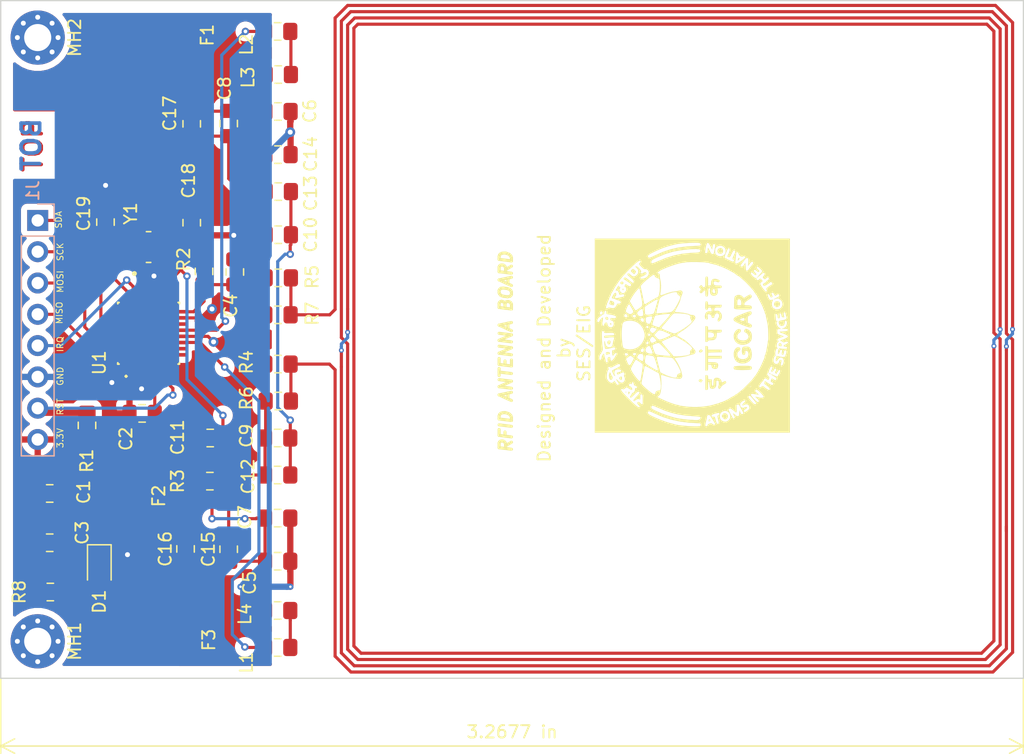
<source format=kicad_pcb>
(kicad_pcb (version 20171130) (host pcbnew "(5.1.2)-2")
  (layers (0 F.Cu signal) (31 B.Cu signal) (34 B.Paste user) (35 F.Paste user) (36 B.SilkS user) (37 F.SilkS user) (38 B.Mask user) (39 F.Mask user) (44 Edge.Cuts user))
  (net 0 "")
  (net 1 GND)
  (net 2 +3V3)
  (net 3 /VMID)
  (net 4 /CON_SDA)
  (net 5 /CON_SCK)
  (net 6 /CON_MOSI)
  (net 7 /CON_MISO)
  (net 8 /CON_IRQ)
  (net 9 /CON_NRST)
  (net 10 /TX1)
  (net 11 /TX2)
  (net 12 /RX)
  (net 13 "Net-(U1-Pad7)")
  (net 14 "Net-(U1-Pad8)")
  (net 15 "Net-(U1-Pad9)")
  (net 16 "Net-(U1-Pad19)")
  (net 17 "Net-(U1-Pad20)")
  (net 18 "Net-(U1-Pad25)")
  (net 19 "Net-(U1-Pad26)")
  (net 20 "Net-(U1-Pad27)")
  (net 21 "Net-(U1-Pad28)")
  (net 22 "Net-(C15-Pad1)")
  (net 23 "Net-(C14-Pad2)")
  (net 24 "Net-(C10-Pad2)")
  (net 25 "Net-(C10-Pad1)")
  (net 26 "Net-(C12-Pad1)")
  (net 27 "Net-(C11-Pad2)")
  (net 28 "Net-(C18-Pad2)")
  (net 29 "Net-(C19-Pad1)")
  (net 30 "Net-(L1-Pad2)")
  (net 31 "Net-(L2-Pad2)")
  (net 32 "Net-(R4-Pad1)")
  (net 33 "Net-(D1-Pad2)")
  (module MountingHole:MountingHole_2.2mm_M2_Pad_Via (layer F.Cu) (at 85.55 75)
    (fp_text reference MH2 (at 3 0 90) (layer F.SilkS))
    (fp_text value MH)
    (pad 1 thru_hole circle (at 0 0) (size 4.4 4.4) (drill 2.2) (layers *.Cu *.Mask))
    (pad 1 thru_hole circle (at 1.65 0) (size 0.7 0.7) (drill 0.4) (layers *.Cu *.Mask))
    (pad 1 thru_hole circle (at 1.166726 1.166726) (size 0.7 0.7) (drill 0.4) (layers *.Cu *.Mask))
    (pad 1 thru_hole circle (at 0 1.65) (size 0.7 0.7) (drill 0.4) (layers *.Cu *.Mask))
    (pad 1 thru_hole circle (at -1.166726 1.166726) (size 0.7 0.7) (drill 0.4) (layers *.Cu *.Mask))
    (pad 1 thru_hole circle (at -1.65 0) (size 0.7 0.7) (drill 0.4) (layers *.Cu *.Mask))
    (pad 1 thru_hole circle (at -1.166726 -1.166726) (size 0.7 0.7) (drill 0.4) (layers *.Cu *.Mask))
    (pad 1 thru_hole circle (at 0 -1.65) (size 0.7 0.7) (drill 0.4) (layers *.Cu *.Mask))
    (pad 1 thru_hole circle (at 1.166726 -1.166726) (size 0.7 0.7) (drill 0.4) (layers *.Cu *.Mask))
  )
  (module MountingHole:MountingHole_2.2mm_M2_Pad_Via (layer F.Cu) (at 85.55 124)
    (fp_text reference MH1 (at 3 0 270) (layer F.SilkS))
    (fp_text value MH)
    (pad 1 thru_hole circle (at 1.166726 -1.166726) (size 0.7 0.7) (drill 0.4) (layers *.Cu *.Mask))
    (pad 1 thru_hole circle (at 0 -1.65) (size 0.7 0.7) (drill 0.4) (layers *.Cu *.Mask))
    (pad 1 thru_hole circle (at -1.166726 -1.166726) (size 0.7 0.7) (drill 0.4) (layers *.Cu *.Mask))
    (pad 1 thru_hole circle (at -1.65 0) (size 0.7 0.7) (drill 0.4) (layers *.Cu *.Mask))
    (pad 1 thru_hole circle (at -1.166726 1.166726) (size 0.7 0.7) (drill 0.4) (layers *.Cu *.Mask))
    (pad 1 thru_hole circle (at 0 1.65) (size 0.7 0.7) (drill 0.4) (layers *.Cu *.Mask))
    (pad 1 thru_hole circle (at 1.166726 1.166726) (size 0.7 0.7) (drill 0.4) (layers *.Cu *.Mask))
    (pad 1 thru_hole circle (at 1.65 0) (size 0.7 0.7) (drill 0.4) (layers *.Cu *.Mask))
    (pad 1 thru_hole circle (at 0 0) (size 4.4 4.4) (drill 2.2) (layers *.Cu *.Mask))
  )
  (module ABRACON:igclogo (layer B.Cu) (at 138.684 99.187 90)
    (fp_text reference G*** hide)
    (fp_text value LOGO hide)
  )
  (module Fiducial:Fiducial_1mm_Mask2mm (layer F.Cu) (at 97.155 124.0155)
    (fp_text reference F3 (at 2.286 -0.127 90 unlocked) (layer F.SilkS))
    (fp_text value Fid)
    (pad "" smd circle (at 0 0) (size 1 1) (layers F.Cu F.Mask) (clearance 0.5))
  )
  (module Fiducial:Fiducial_1mm_Mask2mm (layer F.Cu) (at 93.091 112.3315)
    (fp_text reference F2 (at 2.286 -0.127 90) (layer F.SilkS))
    (fp_text value Fid)
    (pad "" smd circle (at 0 0) (size 1 1) (layers F.Cu F.Mask) (clearance 0.5))
  )
  (module Fiducial:Fiducial_1mm_Mask2mm (layer F.Cu) (at 97.028 74.93)
    (fp_text reference F1 (at 2.286 -0.127 90) (layer F.SilkS))
    (fp_text value Fid)
    (pad "" smd circle (at 0 0) (size 1 1) (layers F.Cu F.Mask) (clearance 0.5))
  )
  (module Capacitor_SMD:C_0805_2012Metric_Pad1.15x1.40mm_HandSolder (layer F.Cu) (at 86.525 112 180)
    (fp_text reference C1 (at -2.756 0.113 90) (layer F.SilkS))
    (fp_text value 106)
    (pad 1 smd roundrect (at -1.025 0 180) (size 1.15 1.4) (layers F.Cu F.Paste F.Mask) (roundrect_rratio 0.217391) (net 1 GND))
    (pad 2 smd roundrect (at 1.025 0 180) (size 1.15 1.4) (layers F.Cu F.Paste F.Mask) (roundrect_rratio 0.217391) (net 2 +3V3))
  )
  (module Capacitor_SMD:C_0805_2012Metric_Pad1.15x1.40mm_HandSolder (layer F.Cu) (at 94.025 105.5 180)
    (fp_text reference C2 (at 1.315 -2.069 90) (layer F.SilkS))
    (fp_text value 104)
    (pad 2 smd roundrect (at 1.025 0 180) (size 1.15 1.4) (layers F.Cu F.Paste F.Mask) (roundrect_rratio 0.217391) (net 2 +3V3))
    (pad 1 smd roundrect (at -1.025 0 180) (size 1.15 1.4) (layers F.Cu F.Paste F.Mask) (roundrect_rratio 0.217391) (net 1 GND))
  )
  (module Capacitor_SMD:C_0805_2012Metric_Pad1.15x1.40mm_HandSolder (layer F.Cu) (at 86.525 116 180)
    (fp_text reference C3 (at -2.629 0.811 90) (layer F.SilkS))
    (fp_text value 104)
    (pad 1 smd roundrect (at -1.025 0 180) (size 1.15 1.4) (layers F.Cu F.Paste F.Mask) (roundrect_rratio 0.217391) (net 1 GND))
    (pad 2 smd roundrect (at 1.025 0 180) (size 1.15 1.4) (layers F.Cu F.Paste F.Mask) (roundrect_rratio 0.217391) (net 2 +3V3))
  )
  (module Capacitor_SMD:C_0805_2012Metric_Pad1.15x1.40mm_HandSolder (layer F.Cu) (at 101.55 94.025 90)
    (fp_text reference C4 (at -2.749 -0.331 90) (layer F.SilkS))
    (fp_text value 104)
    (pad 1 smd roundrect (at -1.025 0 90) (size 1.15 1.4) (layers F.Cu F.Paste F.Mask) (roundrect_rratio 0.217391) (net 3 /VMID))
    (pad 2 smd roundrect (at 1.025 0 90) (size 1.15 1.4) (layers F.Cu F.Paste F.Mask) (roundrect_rratio 0.217391) (net 1 GND))
  )
  (module Capacitor_SMD:C_0805_2012Metric_Pad1.15x1.40mm_HandSolder (layer F.Cu) (at 105.025 117.5)
    (fp_text reference C5 (at -2.282 1.753 90) (layer F.SilkS))
    (fp_text value 220pF)
    (pad 2 smd roundrect (at 1.025 0) (size 1.15 1.4) (layers F.Cu F.Paste F.Mask) (roundrect_rratio 0.217391) (net 1 GND))
    (pad 1 smd roundrect (at -1.025 0) (size 1.15 1.4) (layers F.Cu F.Paste F.Mask) (roundrect_rratio 0.217391) (net 22 "Net-(C15-Pad1)"))
  )
  (module Capacitor_SMD:C_0805_2012Metric_Pad1.15x1.40mm_HandSolder (layer F.Cu) (at 105.05 81 180)
    (fp_text reference C6 (at -2.5825 0.0375 90) (layer F.SilkS))
    (fp_text value 220pF)
    (pad 1 smd roundrect (at -1.025 0 180) (size 1.15 1.4) (layers F.Cu F.Paste F.Mask) (roundrect_rratio 0.217391) (net 1 GND))
    (pad 2 smd roundrect (at 1.025 0 180) (size 1.15 1.4) (layers F.Cu F.Paste F.Mask) (roundrect_rratio 0.217391) (net 23 "Net-(C14-Pad2)"))
  )
  (module Capacitor_SMD:C_0805_2012Metric_Pad1.15x1.40mm_HandSolder (layer F.Cu) (at 101.05 81.975 270)
    (fp_text reference C8 (at -2.854 0.339 90) (layer F.SilkS))
    (fp_text value 10pF)
    (pad 1 smd roundrect (at -1.025 0 270) (size 1.15 1.4) (layers F.Cu F.Paste F.Mask) (roundrect_rratio 0.217391) (net 23 "Net-(C14-Pad2)"))
    (pad 2 smd roundrect (at 1.025 0 270) (size 1.15 1.4) (layers F.Cu F.Paste F.Mask) (roundrect_rratio 0.217391) (net 24 "Net-(C10-Pad2)"))
  )
  (module Capacitor_SMD:C_0805_2012Metric_Pad1.15x1.40mm_HandSolder (layer F.Cu) (at 105.025 107.5)
    (fp_text reference C9 (at -2.536 -0.185 90) (layer F.SilkS))
    (fp_text value 100pF)
    (pad 2 smd roundrect (at 1.025 0) (size 1.15 1.4) (layers F.Cu F.Paste F.Mask) (roundrect_rratio 0.217391) (net 25 "Net-(C10-Pad1)"))
    (pad 1 smd roundrect (at -1.025 0) (size 1.15 1.4) (layers F.Cu F.Paste F.Mask) (roundrect_rratio 0.217391) (net 26 "Net-(C12-Pad1)"))
  )
  (module Capacitor_SMD:C_0805_2012Metric_Pad1.15x1.40mm_HandSolder (layer F.Cu) (at 105.075 91 180)
    (fp_text reference C10 (at -2.621 0.0045 90) (layer F.SilkS))
    (fp_text value 100pF)
    (pad 1 smd roundrect (at -1.025 0 180) (size 1.15 1.4) (layers F.Cu F.Paste F.Mask) (roundrect_rratio 0.217391) (net 25 "Net-(C10-Pad1)"))
    (pad 2 smd roundrect (at 1.025 0 180) (size 1.15 1.4) (layers F.Cu F.Paste F.Mask) (roundrect_rratio 0.217391) (net 24 "Net-(C10-Pad2)"))
  )
  (module Capacitor_SMD:C_0805_2012Metric_Pad1.15x1.40mm_HandSolder (layer F.Cu) (at 99.55 107.5 180)
    (fp_text reference C11 (at 2.649 0.058 90) (layer F.SilkS))
    (fp_text value "1 nF")
    (pad 2 smd roundrect (at 1.025 0 180) (size 1.15 1.4) (layers F.Cu F.Paste F.Mask) (roundrect_rratio 0.217391) (net 27 "Net-(C11-Pad2)"))
    (pad 1 smd roundrect (at -1.025 0 180) (size 1.15 1.4) (layers F.Cu F.Paste F.Mask) (roundrect_rratio 0.217391) (net 12 /RX))
  )
  (module Capacitor_SMD:C_0805_2012Metric_Pad1.15x1.40mm_HandSolder (layer F.Cu) (at 105.025 110.5)
    (fp_text reference C12 (at -2.409 0.117 90) (layer F.SilkS))
    (fp_text value 10pF)
    (pad 2 smd roundrect (at 1.025 0) (size 1.15 1.4) (layers F.Cu F.Paste F.Mask) (roundrect_rratio 0.217391) (net 25 "Net-(C10-Pad1)"))
    (pad 1 smd roundrect (at -1.025 0) (size 1.15 1.4) (layers F.Cu F.Paste F.Mask) (roundrect_rratio 0.217391) (net 26 "Net-(C12-Pad1)"))
  )
  (module Capacitor_SMD:C_0805_2012Metric_Pad1.15x1.40mm_HandSolder (layer F.Cu) (at 105.075 87.5 180)
    (fp_text reference C13 (at -2.621 -0.13 90) (layer F.SilkS))
    (fp_text value 10pF)
    (pad 1 smd roundrect (at -1.025 0 180) (size 1.15 1.4) (layers F.Cu F.Paste F.Mask) (roundrect_rratio 0.217391) (net 25 "Net-(C10-Pad1)"))
    (pad 2 smd roundrect (at 1.025 0 180) (size 1.15 1.4) (layers F.Cu F.Paste F.Mask) (roundrect_rratio 0.217391) (net 24 "Net-(C10-Pad2)"))
  )
  (module Inductor_SMD:L_0805_2012Metric_Pad1.15x1.40mm_HandSolder (layer F.Cu) (at 105.025 124.5)
    (fp_text reference L1 (at -2.536 1.23 90) (layer F.SilkS))
    (fp_text value 560nH)
    (pad 1 smd roundrect (at -1.025 0) (size 1.15 1.4) (layers F.Cu F.Paste F.Mask) (roundrect_rratio 0.217391) (net 10 /TX1))
    (pad 2 smd roundrect (at 1.025 0) (size 1.15 1.4) (layers F.Cu F.Paste F.Mask) (roundrect_rratio 0.217391) (net 30 "Net-(L1-Pad2)"))
  )
  (module Inductor_SMD:L_0805_2012Metric_Pad1.15x1.40mm_HandSolder (layer F.Cu) (at 105.025 74.5)
    (fp_text reference L2 (at -2.536 1.065 90) (layer F.SilkS))
    (fp_text value 560nH)
    (pad 2 smd roundrect (at 1.025 0) (size 1.15 1.4) (layers F.Cu F.Paste F.Mask) (roundrect_rratio 0.217391) (net 31 "Net-(L2-Pad2)"))
    (pad 1 smd roundrect (at -1.025 0) (size 1.15 1.4) (layers F.Cu F.Paste F.Mask) (roundrect_rratio 0.217391) (net 11 /TX2))
  )
  (module Resistor_SMD:R_0805_2012Metric_Pad1.15x1.40mm_HandSolder (layer F.Cu) (at 89.55 106.475 270)
    (fp_text reference R1 (at 2.872 0.015 90) (layer F.SilkS))
    (fp_text value 10k)
    (pad 1 smd roundrect (at -1.025 0 270) (size 1.15 1.4) (layers F.Cu F.Paste F.Mask) (roundrect_rratio 0.217391) (net 9 /CON_NRST))
    (pad 2 smd roundrect (at 1.025 0 270) (size 1.15 1.4) (layers F.Cu F.Paste F.Mask) (roundrect_rratio 0.217391) (net 2 +3V3))
  )
  (module Resistor_SMD:R_0805_2012Metric_Pad1.15x1.40mm_HandSolder (layer F.Cu) (at 99.05 93.975 90)
    (fp_text reference R2 (at 0.975 -1.65 90) (layer F.SilkS))
    (fp_text value 1k)
    (pad 1 smd roundrect (at -1.025 0 90) (size 1.15 1.4) (layers F.Cu F.Paste F.Mask) (roundrect_rratio 0.217391) (net 3 /VMID))
    (pad 2 smd roundrect (at 1.025 0 90) (size 1.15 1.4) (layers F.Cu F.Paste F.Mask) (roundrect_rratio 0.217391) (net 12 /RX))
  )
  (module Resistor_SMD:R_0805_2012Metric_Pad1.15x1.40mm_HandSolder (layer F.Cu) (at 99.525 111)
    (fp_text reference R3 (at -2.624 -0.002 90) (layer F.SilkS))
    (fp_text value 5k1)
    (pad 2 smd roundrect (at 1.025 0) (size 1.15 1.4) (layers F.Cu F.Paste F.Mask) (roundrect_rratio 0.217391) (net 22 "Net-(C15-Pad1)"))
    (pad 1 smd roundrect (at -1.025 0) (size 1.15 1.4) (layers F.Cu F.Paste F.Mask) (roundrect_rratio 0.217391) (net 27 "Net-(C11-Pad2)"))
  )
  (module MFRC:NXP-SOT617-1-0-0-0 (layer F.Cu) (at 94.55 99 90)
    (fp_text reference U1 (at -3.489 -3.999 90) (layer F.SilkS) (effects (justify left)))
    (fp_text value . (at -3.489 -2.348 90) (layer F.SilkS) (effects (font (size 1.27 1.27))))
    (pad 1 smd rect (at -2.55 -1.75 90) (size 0.9 0.29) (layers F.Cu F.Mask) (net 1 GND))
    (pad 2 smd rect (at -2.55 -1.25 90) (size 0.9 0.29) (layers F.Cu F.Mask) (net 2 +3V3))
    (pad 3 smd rect (at -2.55 -0.75 90) (size 0.9 0.29) (layers F.Cu F.Mask) (net 2 +3V3))
    (pad 4 smd rect (at -2.55 -0.25 90) (size 0.9 0.29) (layers F.Cu F.Mask) (net 1 GND))
    (pad 5 smd rect (at -2.55 0.25 90) (size 0.9 0.29) (layers F.Cu F.Mask) (net 1 GND))
    (pad 6 smd rect (at -2.55 0.75 90) (size 0.9 0.29) (layers F.Cu F.Mask) (net 9 /CON_NRST))
    (pad 7 smd rect (at -2.55 1.25 90) (size 0.9 0.29) (layers F.Cu F.Mask) (net 13 "Net-(U1-Pad7)"))
    (pad 8 smd rect (at -2.55 1.75 90) (size 0.9 0.29) (layers F.Cu F.Mask) (net 14 "Net-(U1-Pad8)"))
    (pad 9 smd rect (at -1.75 2.55 90) (size 0.29 0.9) (layers F.Cu F.Mask) (net 15 "Net-(U1-Pad9)"))
    (pad 10 smd rect (at -1.25 2.55 90) (size 0.29 0.9) (layers F.Cu F.Mask) (net 1 GND))
    (pad 11 smd rect (at -0.75 2.55 90) (size 0.29 0.9) (layers F.Cu F.Mask) (net 10 /TX1))
    (pad 12 smd rect (at -0.25 2.55 90) (size 0.29 0.9) (layers F.Cu F.Mask) (net 2 +3V3))
    (pad 13 smd rect (at 0.25 2.55 90) (size 0.29 0.9) (layers F.Cu F.Mask) (net 11 /TX2))
    (pad 14 smd rect (at 0.75 2.55 90) (size 0.29 0.9) (layers F.Cu F.Mask) (net 1 GND))
    (pad 15 smd rect (at 1.25 2.55 90) (size 0.29 0.9) (layers F.Cu F.Mask) (net 2 +3V3))
    (pad 16 smd rect (at 1.75 2.55 90) (size 0.29 0.9) (layers F.Cu F.Mask) (net 3 /VMID))
    (pad 17 smd rect (at 2.55 1.75 90) (size 0.9 0.29) (layers F.Cu F.Mask) (net 12 /RX))
    (pad 18 smd rect (at 2.55 1.25 90) (size 0.9 0.29) (layers F.Cu F.Mask) (net 1 GND))
    (pad 19 smd rect (at 2.55 0.75 90) (size 0.9 0.29) (layers F.Cu F.Mask) (net 16 "Net-(U1-Pad19)"))
    (pad 20 smd rect (at 2.55 0.25 90) (size 0.9 0.29) (layers F.Cu F.Mask) (net 17 "Net-(U1-Pad20)"))
    (pad 21 smd rect (at 2.55 -0.25 90) (size 0.9 0.29) (layers F.Cu F.Mask) (net 28 "Net-(C18-Pad2)"))
    (pad 22 smd rect (at 2.55 -0.75 90) (size 0.9 0.29) (layers F.Cu F.Mask) (net 29 "Net-(C19-Pad1)"))
    (pad 23 smd rect (at 2.55 -1.25 90) (size 0.9 0.29) (layers F.Cu F.Mask) (net 8 /CON_IRQ))
    (pad 24 smd rect (at 2.55 -1.75 90) (size 0.9 0.29) (layers F.Cu F.Mask) (net 4 /CON_SDA))
    (pad 25 smd rect (at 1.75 -2.55 90) (size 0.29 0.9) (layers F.Cu F.Mask) (net 18 "Net-(U1-Pad25)"))
    (pad 26 smd rect (at 1.25 -2.55 90) (size 0.29 0.9) (layers F.Cu F.Mask) (net 19 "Net-(U1-Pad26)"))
    (pad 27 smd rect (at 0.75 -2.55 90) (size 0.29 0.9) (layers F.Cu F.Mask) (net 20 "Net-(U1-Pad27)"))
    (pad 28 smd rect (at 0.25 -2.55 90) (size 0.29 0.9) (layers F.Cu F.Mask) (net 21 "Net-(U1-Pad28)"))
    (pad 29 smd rect (at -0.25 -2.55 90) (size 0.29 0.9) (layers F.Cu F.Mask) (net 5 /CON_SCK))
    (pad 30 smd rect (at -0.75 -2.55 90) (size 0.29 0.9) (layers F.Cu F.Mask) (net 6 /CON_MOSI))
    (pad 31 smd rect (at -1.25 -2.55 90) (size 0.29 0.9) (layers F.Cu F.Mask) (net 7 /CON_MISO))
    (pad 32 smd rect (at -1.75 -2.55 90) (size 0.29 0.9) (layers F.Cu F.Mask) (net 2 +3V3))
    (pad 33 smd rect (at 0 0 90) (size 3.1 3.1) (layers F.Cu F.Mask) (net 1 GND))
  )
  (module ABRACON:XTAL_ABM8-27.120MHZ-B4-T (layer F.Cu) (at 94.55 92 90)
    (fp_text reference Y1 (at 2.719 -1.459 90) (layer F.SilkS))
    (fp_text value ABM8)
    (pad 1 smd rect (at -0.875 -1.15 90) (size 1.05 1.3) (layers F.Cu F.Paste F.Mask) (net 29 "Net-(C19-Pad1)"))
    (pad 2 smd rect (at -0.875 1.15 90) (size 1.05 1.3) (layers F.Cu F.Paste F.Mask) (net 1 GND))
    (pad 3 smd rect (at 0.875 1.15 90) (size 1.05 1.3) (layers F.Cu F.Paste F.Mask) (net 28 "Net-(C18-Pad2)"))
    (pad 4 smd rect (at 0.875 -1.15 90) (size 1.05 1.3) (layers F.Cu F.Paste F.Mask) (net 1 GND))
  )
  (module Connector_PinHeader_2.54mm:PinHeader_1x08_P2.54mm_Vertical (layer B.Cu) (at 85.55 89.84 180)
    (fp_text reference J1 (at 0.3965 2.4005 90) (layer B.SilkS) (effects (justify mirror)))
    (fp_text value Conn_01x08)
    (pad 1 thru_hole rect (at 0 0 180) (size 1.7 1.7) (drill 1) (layers *.Cu *.Mask) (net 4 /CON_SDA))
    (pad 2 thru_hole oval (at 0 -2.54 180) (size 1.7 1.7) (drill 1) (layers *.Cu *.Mask) (net 5 /CON_SCK))
    (pad 3 thru_hole oval (at 0 -5.08 180) (size 1.7 1.7) (drill 1) (layers *.Cu *.Mask) (net 6 /CON_MOSI))
    (pad 4 thru_hole oval (at 0 -7.62 180) (size 1.7 1.7) (drill 1) (layers *.Cu *.Mask) (net 7 /CON_MISO))
    (pad 5 thru_hole oval (at 0 -10.16 180) (size 1.7 1.7) (drill 1) (layers *.Cu *.Mask) (net 8 /CON_IRQ))
    (pad 6 thru_hole oval (at 0 -12.7 180) (size 1.7 1.7) (drill 1) (layers *.Cu *.Mask) (net 1 GND))
    (pad 7 thru_hole oval (at 0 -15.24 180) (size 1.7 1.7) (drill 1) (layers *.Cu *.Mask) (net 9 /CON_NRST))
    (pad 8 thru_hole oval (at 0 -17.78 180) (size 1.7 1.7) (drill 1) (layers *.Cu *.Mask) (net 2 +3V3))
  )
  (module Capacitor_SMD:C_0805_2012Metric_Pad1.15x1.40mm_HandSolder (layer F.Cu) (at 105.025 114)
    (fp_text reference C7 (at -2.663 -0.081 90) (layer F.SilkS))
    (fp_text value 10pF)
    (pad 1 smd roundrect (at -1.025 0) (size 1.15 1.4) (layers F.Cu F.Paste F.Mask) (roundrect_rratio 0.217391) (net 22 "Net-(C15-Pad1)"))
    (pad 2 smd roundrect (at 1.025 0) (size 1.15 1.4) (layers F.Cu F.Paste F.Mask) (roundrect_rratio 0.217391) (net 1 GND))
  )
  (module Capacitor_SMD:C_0805_2012Metric_Pad1.15x1.40mm_HandSolder (layer F.Cu) (at 105.05 84.5 180)
    (fp_text reference C14 (at -2.646 0.045 90) (layer F.SilkS))
    (fp_text value 10pF)
    (pad 1 smd roundrect (at -1.025 0 180) (size 1.15 1.4) (layers F.Cu F.Paste F.Mask) (roundrect_rratio 0.217391) (net 1 GND))
    (pad 2 smd roundrect (at 1.025 0 180) (size 1.15 1.4) (layers F.Cu F.Paste F.Mask) (roundrect_rratio 0.217391) (net 23 "Net-(C14-Pad2)"))
  )
  (module Capacitor_SMD:C_0805_2012Metric_Pad1.15x1.40mm_HandSolder (layer F.Cu) (at 101.05 116.525 90)
    (fp_text reference C15 (at 0 -1.65 90) (layer F.SilkS))
    (fp_text value 10pF)
    (pad 1 smd roundrect (at -1.025 0 90) (size 1.15 1.4) (layers F.Cu F.Paste F.Mask) (roundrect_rratio 0.217391) (net 22 "Net-(C15-Pad1)"))
    (pad 2 smd roundrect (at 1.025 0 90) (size 1.15 1.4) (layers F.Cu F.Paste F.Mask) (roundrect_rratio 0.217391) (net 26 "Net-(C12-Pad1)"))
  )
  (module Capacitor_SMD:C_0805_2012Metric_Pad1.15x1.40mm_HandSolder (layer F.Cu) (at 97.55 116.5 90)
    (fp_text reference C16 (at 0 -1.65 90) (layer F.SilkS))
    (fp_text value 10pF)
    (pad 2 smd roundrect (at 1.025 0 90) (size 1.15 1.4) (layers F.Cu F.Paste F.Mask) (roundrect_rratio 0.217391) (net 26 "Net-(C12-Pad1)"))
    (pad 1 smd roundrect (at -1.025 0 90) (size 1.15 1.4) (layers F.Cu F.Paste F.Mask) (roundrect_rratio 0.217391) (net 22 "Net-(C15-Pad1)"))
  )
  (module Capacitor_SMD:C_0805_2012Metric_Pad1.15x1.40mm_HandSolder (layer F.Cu) (at 98.05 82 270)
    (fp_text reference C17 (at -0.847 1.784 90) (layer F.SilkS))
    (fp_text value 10pF)
    (pad 2 smd roundrect (at 1.025 0 270) (size 1.15 1.4) (layers F.Cu F.Paste F.Mask) (roundrect_rratio 0.217391) (net 24 "Net-(C10-Pad2)"))
    (pad 1 smd roundrect (at -1.025 0 270) (size 1.15 1.4) (layers F.Cu F.Paste F.Mask) (roundrect_rratio 0.217391) (net 23 "Net-(C14-Pad2)"))
  )
  (module Capacitor_SMD:C_0805_2012Metric_Pad1.15x1.40mm_HandSolder (layer F.Cu) (at 98.05 90.025 90)
    (fp_text reference C18 (at 3.411 -0.26 90) (layer F.SilkS))
    (fp_text value 33pF)
    (pad 2 smd roundrect (at 1.025 0 90) (size 1.15 1.4) (layers F.Cu F.Paste F.Mask) (roundrect_rratio 0.217391) (net 28 "Net-(C18-Pad2)"))
    (pad 1 smd roundrect (at -1.025 0 90) (size 1.15 1.4) (layers F.Cu F.Paste F.Mask) (roundrect_rratio 0.217391) (net 1 GND))
  )
  (module Capacitor_SMD:C_0805_2012Metric_Pad1.15x1.40mm_HandSolder (layer F.Cu) (at 91.05 89.975 90)
    (fp_text reference C19 (at 0.694 -1.769 90) (layer F.SilkS))
    (fp_text value 33pF)
    (pad 1 smd roundrect (at -1.025 0 90) (size 1.15 1.4) (layers F.Cu F.Paste F.Mask) (roundrect_rratio 0.217391) (net 29 "Net-(C19-Pad1)"))
    (pad 2 smd roundrect (at 1.025 0 90) (size 1.15 1.4) (layers F.Cu F.Paste F.Mask) (roundrect_rratio 0.217391) (net 1 GND))
  )
  (module Inductor_SMD:L_0805_2012Metric_Pad1.15x1.40mm_HandSolder (layer F.Cu) (at 105.075 78 180)
    (fp_text reference L3 (at 2.459 -0.232 90) (layer F.SilkS))
    (fp_text value 50nH)
    (pad 1 smd roundrect (at -1.025 0 180) (size 1.15 1.4) (layers F.Cu F.Paste F.Mask) (roundrect_rratio 0.217391) (net 31 "Net-(L2-Pad2)"))
    (pad 2 smd roundrect (at 1.025 0 180) (size 1.15 1.4) (layers F.Cu F.Paste F.Mask) (roundrect_rratio 0.217391) (net 23 "Net-(C14-Pad2)"))
  )
  (module Inductor_SMD:L_0805_2012Metric_Pad1.15x1.40mm_HandSolder (layer F.Cu) (at 105.025 121.5 180)
    (fp_text reference L4 (at 2.663 -0.293 90) (layer F.SilkS))
    (fp_text value 50nH)
    (pad 2 smd roundrect (at 1.025 0 180) (size 1.15 1.4) (layers F.Cu F.Paste F.Mask) (roundrect_rratio 0.217391) (net 22 "Net-(C15-Pad1)"))
    (pad 1 smd roundrect (at -1.025 0 180) (size 1.15 1.4) (layers F.Cu F.Paste F.Mask) (roundrect_rratio 0.217391) (net 30 "Net-(L1-Pad2)"))
  )
  (module Resistor_SMD:R_0805_2012Metric_Pad1.15x1.40mm_HandSolder (layer F.Cu) (at 105.05 101.5 180)
    (fp_text reference R4 (at 2.561 0.154 90) (layer F.SilkS))
    (fp_text value 1E6)
    (pad 2 smd roundrect (at 1.025 0 180) (size 1.15 1.4) (layers F.Cu F.Paste F.Mask) (roundrect_rratio 0.217391) (net 26 "Net-(C12-Pad1)"))
    (pad 1 smd roundrect (at -1.025 0 180) (size 1.15 1.4) (layers F.Cu F.Paste F.Mask) (roundrect_rratio 0.217391) (net 32 "Net-(R4-Pad1)"))
  )
  (module Resistor_SMD:R_0805_2012Metric_Pad1.15x1.40mm_HandSolder (layer F.Cu) (at 105.075 94.5 180)
    (fp_text reference R5 (at -2.748 0.0755 90) (layer F.SilkS))
    (fp_text value 1E6)
    (pad 1 smd roundrect (at -1.025 0 180) (size 1.15 1.4) (layers F.Cu F.Paste F.Mask) (roundrect_rratio 0.217391) (net 32 "Net-(R4-Pad1)"))
    (pad 2 smd roundrect (at 1.025 0 180) (size 1.15 1.4) (layers F.Cu F.Paste F.Mask) (roundrect_rratio 0.217391) (net 24 "Net-(C10-Pad2)"))
  )
  (module Resistor_SMD:R_0805_2012Metric_Pad1.15x1.40mm_HandSolder (layer F.Cu) (at 105.075 104.5 180)
    (fp_text reference R6 (at 2.586 0.233 90) (layer F.SilkS))
    (fp_text value 1E6)
    (pad 2 smd roundrect (at 1.025 0 180) (size 1.15 1.4) (layers F.Cu F.Paste F.Mask) (roundrect_rratio 0.217391) (net 26 "Net-(C12-Pad1)"))
    (pad 1 smd roundrect (at -1.025 0 180) (size 1.15 1.4) (layers F.Cu F.Paste F.Mask) (roundrect_rratio 0.217391) (net 32 "Net-(R4-Pad1)"))
  )
  (module Resistor_SMD:R_0805_2012Metric_Pad1.15x1.40mm_HandSolder (layer F.Cu) (at 105.05 97.5 180)
    (fp_text reference R7 (at -2.773 0.091 90) (layer F.SilkS))
    (fp_text value 1E6)
    (pad 1 smd roundrect (at -1.025 0 180) (size 1.15 1.4) (layers F.Cu F.Paste F.Mask) (roundrect_rratio 0.217391) (net 32 "Net-(R4-Pad1)"))
    (pad 2 smd roundrect (at 1.025 0 180) (size 1.15 1.4) (layers F.Cu F.Paste F.Mask) (roundrect_rratio 0.217391) (net 24 "Net-(C10-Pad2)"))
  )
  (module Diode_SMD:D_0805_2012Metric_Pad1.15x1.40mm_HandSolder (layer F.Cu) (at 90.55 118.025 270)
    (fp_text reference D1 (at 2.752 -0.001 90) (layer F.SilkS))
    (fp_text value LED)
    (pad 1 smd roundrect (at -1.025 0 270) (size 1.15 1.4) (layers F.Cu F.Paste F.Mask) (roundrect_rratio 0.217391) (net 1 GND))
    (pad 2 smd roundrect (at 1.025 0 270) (size 1.15 1.4) (layers F.Cu F.Paste F.Mask) (roundrect_rratio 0.217391) (net 33 "Net-(D1-Pad2)"))
  )
  (module Resistor_SMD:R_0805_2012Metric_Pad1.15x1.40mm_HandSolder (layer F.Cu) (at 86.575 120)
    (fp_text reference R8 (at -2.525 0 90) (layer F.SilkS))
    (fp_text value 1k)
    (pad 1 smd roundrect (at -1.025 0) (size 1.15 1.4) (layers F.Cu F.Paste F.Mask) (roundrect_rratio 0.217391) (net 2 +3V3))
    (pad 2 smd roundrect (at 1.025 0) (size 1.15 1.4) (layers F.Cu F.Paste F.Mask) (roundrect_rratio 0.217391) (net 33 "Net-(D1-Pad2)"))
  )
  (dimension 83 (width 0.12) (layer F.SilkS) (gr_text "83.000 mm" (at 124.05 133.77) (layer F.SilkS) (effects (font (size 1 1) (thickness 0.15)))) (feature1 (pts (xy 165.55 127) (xy 165.55 133.086421))) (feature2 (pts (xy 82.55 127) (xy 82.55 133.086421))) (crossbar (pts (xy 82.55 132.5) (xy 165.55 132.5))) (arrow1a (pts (xy 165.55 132.5) (xy 164.423496 133.086421))) (arrow1b (pts (xy 165.55 132.5) (xy 164.423496 131.913579))) (arrow2a (pts (xy 82.55 132.5) (xy 83.676504 133.086421))) (arrow2b (pts (xy 82.55 132.5) (xy 83.676504 131.913579))))
  (gr_text "RFID ANTENNA BOARD" (at 123.55 100.5 90) (layer F.SilkS) (effects (font (size 1 1) (thickness 0.25) italic)))
  (gr_text BOT (at 85.0265 83.693 90) (layer B.Cu) (effects (font (size 1.5 1.5) (thickness 0.3)) (justify mirror)))
  (gr_text TOP (at 85.1535 83.7565 90) (layer F.Cu) (effects (font (size 1.5 1.5) (thickness 0.3))))
  (gr_text 3.3V (at 87.376 107.5055 90) (layer F.SilkS) (effects (font (size 0.5 0.5) (thickness 0.075))))
  (gr_text RST (at 87.376 104.9655 90) (layer F.SilkS) (effects (font (size 0.5 0.5) (thickness 0.075))))
  (gr_text GND (at 87.376 102.489 90) (layer F.SilkS) (effects (font (size 0.5 0.5) (thickness 0.075))))
  (gr_text IRQ (at 87.376 99.8855 90) (layer F.SilkS) (effects (font (size 0.5 0.5) (thickness 0.075))))
  (gr_text MISO (at 87.3125 97.3455 90) (layer F.SilkS) (effects (font (size 0.5 0.5) (thickness 0.075))))
  (gr_text MOSI (at 87.376 94.8055 90) (layer F.SilkS) (effects (font (size 0.5 0.5) (thickness 0.075))))
  (gr_text SCK (at 87.376 92.3925 90) (layer F.SilkS) (effects (font (size 0.5 0.5) (thickness 0.075))))
  (gr_text SDA (at 87.249 89.789 90) (layer F.SilkS) (effects (font (size 0.5 0.5) (thickness 0.075))))
  (gr_text "Designed and Developed \nby \nSES/EIG" (at 128.27 99.822 90) (layer F.SilkS) (effects (font (size 1 1))))
  (gr_line (start 165.55 127) (end 82.55 127) (layer Edge.Cuts) (width 0.1))
  (gr_line (start 165.55 72) (end 165.55 127) (layer Edge.Cuts) (width 0.1))
  (gr_line (start 82.55 72) (end 165.55 72) (layer Edge.Cuts) (width 0.1))
  (gr_line (start 82.55 127) (end 82.55 72) (layer Edge.Cuts) (width 0.1))
  (segment (start 91.35 117) (end 91.383 116.967) (width 0.508) (layer F.Cu) (net 1))
  (segment (start 90.55 117) (end 91.35 117) (width 0.508) (layer F.Cu) (net 1))
  (segment (start 91.383 116.967) (end 92.837 116.967) (width 0.508) (layer F.Cu) (net 1))
  (via (at 92.837 116.967) (size 0.8) (drill 0.4) (layers F.Cu B.Cu) (net 1))
  (segment (start 87.55 112) (end 87.55 116) (width 0.508) (layer F.Cu) (net 1))
  (segment (start 88.55 117) (end 87.55 116) (width 0.508) (layer F.Cu) (net 1))
  (segment (start 90.55 117) (end 88.55 117) (width 0.508) (layer F.Cu) (net 1))
  (segment (start 94.8 101.55) (end 94.8 102.547) (width 0.254) (layer F.Cu) (net 1))
  (segment (start 95.05 102.797) (end 95.05 105.5) (width 0.254) (layer F.Cu) (net 1))
  (segment (start 94.8 102.547) (end 95.05 102.797) (width 0.254) (layer F.Cu) (net 1))
  (segment (start 94.3 101.55) (end 94.8 101.55) (width 0.254) (layer F.Cu) (net 1))
  (segment (start 92.401 101.55) (end 91.567 102.384) (width 0.254) (layer F.Cu) (net 1))
  (segment (start 92.8 101.55) (end 92.401 101.55) (width 0.254) (layer F.Cu) (net 1))
  (segment (start 91.567 102.384) (end 91.567 102.997) (width 0.254) (layer F.Cu) (net 1))
  (via (at 91.567 102.997) (size 0.8) (drill 0.4) (layers F.Cu B.Cu) (net 1))
  (segment (start 94.3 99.25) (end 94.55 99) (width 0.254) (layer F.Cu) (net 1))
  (segment (start 94.3 101.55) (end 94.3 99.25) (width 0.254) (layer F.Cu) (net 1))
  (segment (start 94.3 101.55) (end 94.3 103.185) (width 0.254) (layer F.Cu) (net 1))
  (segment (start 94.3 103.185) (end 93.98 103.505) (width 0.254) (layer F.Cu) (net 1))
  (via (at 93.98 103.505) (size 0.8) (drill 0.4) (layers F.Cu B.Cu) (net 1))
  (segment (start 94.8 99.25) (end 94.55 99) (width 0.254) (layer F.Cu) (net 1))
  (segment (start 94.8 101.55) (end 94.8 99.25) (width 0.254) (layer F.Cu) (net 1))
  (segment (start 95.8 100.25) (end 94.55 99) (width 0.254) (layer F.Cu) (net 1))
  (segment (start 97.1 100.25) (end 95.8 100.25) (width 0.254) (layer F.Cu) (net 1))
  (segment (start 95.3 98.25) (end 94.55 99) (width 0.254) (layer F.Cu) (net 1))
  (segment (start 97.1 98.25) (end 95.3 98.25) (width 0.254) (layer F.Cu) (net 1))
  (segment (start 91.05 88.275) (end 91.059 88.266) (width 0.508) (layer F.Cu) (net 1))
  (segment (start 91.05 88.95) (end 91.05 88.275) (width 0.508) (layer F.Cu) (net 1))
  (segment (start 91.059 88.266) (end 91.059 86.995) (width 0.508) (layer F.Cu) (net 1))
  (via (at 91.059 86.995) (size 0.8) (drill 0.4) (layers F.Cu B.Cu) (net 1))
  (segment (start 98.05 91.05) (end 101.464 91.05) (width 0.508) (layer F.Cu) (net 1))
  (via (at 101.464 91.05) (size 0.8) (drill 0.4) (layers F.Cu B.Cu) (net 1))
  (segment (start 101.55 91.136) (end 101.464 91.05) (width 0.508) (layer F.Cu) (net 1))
  (segment (start 101.55 93) (end 101.55 91.136) (width 0.508) (layer F.Cu) (net 1))
  (segment (start 106.05 114) (end 106.05 117.5) (width 0.508) (layer F.Cu) (net 1))
  (segment (start 106.075 81.8) (end 106.045 81.83) (width 0.508) (layer F.Cu) (net 1))
  (segment (start 106.075 81) (end 106.075 81.8) (width 0.508) (layer F.Cu) (net 1))
  (segment (start 106.045 81.83) (end 106.045 82.677) (width 0.508) (layer F.Cu) (net 1))
  (via (at 106.045 82.677) (size 0.8) (drill 0.4) (layers F.Cu B.Cu) (net 1))
  (segment (start 106.075 82.707) (end 106.045 82.677) (width 0.508) (layer F.Cu) (net 1))
  (segment (start 106.075 84.5) (end 106.075 82.707) (width 0.508) (layer F.Cu) (net 1))
  (segment (start 101.464 87.258) (end 106.045 82.677) (width 0.508) (layer B.Cu) (net 1))
  (segment (start 101.464 91.05) (end 101.464 87.258) (width 0.508) (layer B.Cu) (net 1))
  (segment (start 106.05 118.3) (end 106.0577 118.3077) (width 0.508) (layer F.Cu) (net 1))
  (segment (start 106.05 117.5) (end 106.05 118.3) (width 0.508) (layer F.Cu) (net 1))
  (segment (start 106.0577 118.3077) (end 106.0577 119.5705) (width 0.508) (layer F.Cu) (net 1))
  (via (at 106.0577 119.5705) (size 0.4) (drill 0.2) (layers F.Cu B.Cu) (net 1))
  (segment (start 106.0577 119.5705) (end 105.774858 119.5705) (width 0.508) (layer B.Cu) (net 1))
  (segment (start 105.774858 119.5705) (end 102.0064 119.5705) (width 0.508) (layer B.Cu) (net 1))
  (via (at 102.0064 119.5705) (size 0.4) (drill 0.2) (layers F.Cu B.Cu) (net 1))
  (segment (start 95.7 92.875) (end 95.7 93.637784) (width 0.508) (layer F.Cu) (net 1))
  (segment (start 95.386391 93.951393) (end 94.986392 94.351392) (width 0.508) (layer F.Cu) (net 1))
  (segment (start 95.7 93.637784) (end 95.386391 93.951393) (width 0.508) (layer F.Cu) (net 1))
  (via (at 94.986392 94.351392) (size 0.8) (drill 0.4) (layers F.Cu B.Cu) (net 1))
  (segment (start 92.4679 88.95) (end 91.05 88.95) (width 0.508) (layer F.Cu) (net 1))
  (segment (start 93.4 91.125) (end 93.4 89.8821) (width 0.508) (layer F.Cu) (net 1))
  (segment (start 93.4 89.8821) (end 92.4679 88.95) (width 0.508) (layer F.Cu) (net 1))
  (segment (start 95.8 97.75) (end 94.55 99) (width 0.254) (layer F.Cu) (net 1))
  (segment (start 95.8 96.45) (end 95.8 97.75) (width 0.254) (layer F.Cu) (net 1))
  (segment (start 93 105.5) (end 93 107.025) (width 0.508) (layer F.Cu) (net 2))
  (segment (start 93 107.025) (end 92.525 107.5) (width 0.508) (layer F.Cu) (net 2))
  (segment (start 93.3 101.55) (end 93.3 103.042) (width 0.254) (layer F.Cu) (net 2))
  (segment (start 93 103.342) (end 93 105.5) (width 0.254) (layer F.Cu) (net 2))
  (segment (start 93.3 103.042) (end 93 103.342) (width 0.254) (layer F.Cu) (net 2))
  (segment (start 92 100.75) (end 90.717 100.75) (width 0.254) (layer F.Cu) (net 2))
  (segment (start 90.717 100.75) (end 90.043 101.424) (width 0.254) (layer F.Cu) (net 2))
  (segment (start 90.043 101.424) (end 90.043 103.759) (width 0.254) (layer F.Cu) (net 2))
  (segment (start 91.784 105.5) (end 93 105.5) (width 0.254) (layer F.Cu) (net 2))
  (segment (start 90.043 103.759) (end 91.784 105.5) (width 0.254) (layer F.Cu) (net 2))
  (segment (start 92.525 107.5) (end 91.636 107.5) (width 0.508) (layer F.Cu) (net 2))
  (segment (start 91.636 107.5) (end 89.55 107.5) (width 0.508) (layer F.Cu) (net 2))
  (via (at 99.695 97.028) (size 0.8) (drill 0.4) (layers F.Cu B.Cu) (net 2))
  (via (at 99.822 99.695) (size 0.8) (drill 0.4) (layers F.Cu B.Cu) (net 2))
  (segment (start 99.538685 97.75) (end 99.02 97.75) (width 0.254) (layer F.Cu) (net 2))
  (segment (start 99.695 97.593685) (end 99.538685 97.75) (width 0.254) (layer F.Cu) (net 2))
  (segment (start 99.695 97.028) (end 99.695 97.593685) (width 0.254) (layer F.Cu) (net 2))
  (segment (start 97.1 97.75) (end 99.02 97.75) (width 0.254) (layer F.Cu) (net 2))
  (segment (start 99.02 97.75) (end 99.147 97.75) (width 0.254) (layer F.Cu) (net 2))
  (segment (start 99.377 99.25) (end 99.822 99.695) (width 0.254) (layer F.Cu) (net 2))
  (segment (start 97.1 99.25) (end 99.377 99.25) (width 0.254) (layer F.Cu) (net 2))
  (segment (start 93.8 101.55) (end 93.3 101.55) (width 0.254) (layer F.Cu) (net 2))
  (segment (start 97.1 97.25) (end 98.203 97.25) (width 0.254) (layer F.Cu) (net 3))
  (segment (start 99.05 96.403) (end 99.05 95) (width 0.254) (layer F.Cu) (net 3))
  (segment (start 98.203 97.25) (end 99.05 96.403) (width 0.254) (layer F.Cu) (net 3))
  (segment (start 99.1 95.05) (end 99.05 95) (width 0.254) (layer F.Cu) (net 3))
  (segment (start 101.55 95.05) (end 99.1 95.05) (width 0.254) (layer F.Cu) (net 3))
  (segment (start 86.654 89.84) (end 85.55 89.84) (width 0.254) (layer F.Cu) (net 4))
  (segment (start 87.046 89.84) (end 86.654 89.84) (width 0.254) (layer F.Cu) (net 4))
  (segment (start 92.8 96.45) (end 92.8 95.594) (width 0.254) (layer F.Cu) (net 4))
  (segment (start 92.8 95.594) (end 87.046 89.84) (width 0.254) (layer F.Cu) (net 4))
  (segment (start 87.681 92.38) (end 85.55 92.38) (width 0.254) (layer F.Cu) (net 5))
  (segment (start 90.678 95.377) (end 87.681 92.38) (width 0.254) (layer F.Cu) (net 5))
  (segment (start 90.678 98.632) (end 90.678 95.377) (width 0.254) (layer F.Cu) (net 5))
  (segment (start 92 99.25) (end 91.296 99.25) (width 0.254) (layer F.Cu) (net 5))
  (segment (start 91.296 99.25) (end 90.678 98.632) (width 0.254) (layer F.Cu) (net 5))
  (segment (start 88.697 94.92) (end 85.55 94.92) (width 0.254) (layer F.Cu) (net 6))
  (segment (start 89.3699 95.5929) (end 88.697 94.92) (width 0.254) (layer F.Cu) (net 6))
  (segment (start 89.3699 98.4885) (end 89.3699 95.5929) (width 0.254) (layer F.Cu) (net 6))
  (segment (start 92 99.75) (end 90.6314 99.75) (width 0.254) (layer F.Cu) (net 6))
  (segment (start 90.6314 99.75) (end 89.3699 98.4885) (width 0.254) (layer F.Cu) (net 6))
  (segment (start 87.2111 97.46) (end 85.55 97.46) (width 0.254) (layer F.Cu) (net 7))
  (segment (start 92 100.25) (end 90.0011 100.25) (width 0.254) (layer F.Cu) (net 7))
  (segment (start 90.0011 100.25) (end 87.2111 97.46) (width 0.254) (layer F.Cu) (net 7))
  (segment (start 87.452 100) (end 92.472365 94.979635) (width 0.254) (layer B.Cu) (net 8))
  (via (at 92.772364 94.679636) (size 0.6) (drill 0.3) (layers F.Cu B.Cu) (net 8))
  (segment (start 85.55 100) (end 87.452 100) (width 0.254) (layer B.Cu) (net 8))
  (segment (start 93.072363 94.979635) (end 92.772364 94.679636) (width 0.254) (layer F.Cu) (net 8))
  (segment (start 93.3 95.207272) (end 93.072363 94.979635) (width 0.254) (layer F.Cu) (net 8))
  (segment (start 93.3 96.45) (end 93.3 95.207272) (width 0.254) (layer F.Cu) (net 8))
  (segment (start 92.472365 94.979635) (end 92.772364 94.679636) (width 0.254) (layer B.Cu) (net 8))
  (segment (start 85.92 105.45) (end 85.55 105.08) (width 0.508) (layer F.Cu) (net 9))
  (segment (start 89.55 105.45) (end 85.92 105.45) (width 0.508) (layer F.Cu) (net 9))
  (segment (start 95.3 102.254) (end 96.52 103.474) (width 0.254) (layer F.Cu) (net 9))
  (segment (start 95.3 101.55) (end 95.3 102.254) (width 0.254) (layer F.Cu) (net 9))
  (segment (start 96.52 103.474) (end 96.52 104.013) (width 0.254) (layer F.Cu) (net 9))
  (via (at 96.52 104.013) (size 0.6) (drill 0.3) (layers F.Cu B.Cu) (net 9))
  (segment (start 86.752081 105.08) (end 85.55 105.08) (width 0.254) (layer B.Cu) (net 9))
  (segment (start 95.028736 105.08) (end 86.752081 105.08) (width 0.254) (layer B.Cu) (net 9))
  (segment (start 96.095736 104.013) (end 95.028736 105.08) (width 0.254) (layer B.Cu) (net 9))
  (segment (start 96.52 104.013) (end 96.095736 104.013) (width 0.254) (layer B.Cu) (net 9))
  (segment (start 97.5318 99.75) (end 97.536 99.7458) (width 0.254) (layer F.Cu) (net 10))
  (segment (start 97.1 99.75) (end 97.5318 99.75) (width 0.254) (layer F.Cu) (net 10))
  (segment (start 97.536 99.7458) (end 98.7298 99.7458) (width 0.254) (layer F.Cu) (net 10))
  (segment (start 98.7298 99.7458) (end 99.406001 100.422001) (width 0.254) (layer F.Cu) (net 10))
  (segment (start 99.406001 100.422001) (end 100.4443 101.4603) (width 0.254) (layer F.Cu) (net 10))
  (segment (start 100.4443 101.4603) (end 100.7237 101.7397) (width 0.254) (layer F.Cu) (net 10))
  (via (at 100.7237 101.7397) (size 0.6) (drill 0.3) (layers F.Cu B.Cu) (net 10))
  (segment (start 100.7237 101.7397) (end 102.108 103.124) (width 0.254) (layer B.Cu) (net 10))
  (segment (start 102.108 103.124) (end 102.87 103.886) (width 0.254) (layer B.Cu) (net 10))
  (segment (start 102.87 103.886) (end 103.505 104.521) (width 0.254) (layer B.Cu) (net 10))
  (segment (start 103.505 104.521) (end 103.505 116.84) (width 0.254) (layer B.Cu) (net 10))
  (segment (start 103.505 116.84) (end 101.346 118.999) (width 0.254) (layer B.Cu) (net 10))
  (segment (start 101.346 118.999) (end 101.346 122.555) (width 0.254) (layer B.Cu) (net 10))
  (segment (start 101.346 122.555) (end 101.346 123.444) (width 0.254) (layer B.Cu) (net 10))
  (segment (start 101.346 123.444) (end 102.362 124.46) (width 0.254) (layer B.Cu) (net 10))
  (via (at 102.362 124.46) (size 0.6) (drill 0.3) (layers F.Cu B.Cu) (net 10))
  (segment (start 102.402 124.5) (end 102.362 124.46) (width 0.254) (layer F.Cu) (net 10))
  (segment (start 104 124.5) (end 102.402 124.5) (width 0.254) (layer F.Cu) (net 10))
  (segment (start 97.1 98.75) (end 100.0558 98.75) (width 0.254) (layer F.Cu) (net 11))
  (segment (start 100.0558 98.75) (end 100.7872 98.0186) (width 0.254) (layer F.Cu) (net 11))
  (via (at 100.7872 98.0186) (size 0.6) (drill 0.3) (layers F.Cu B.Cu) (net 11))
  (segment (start 100.487201 97.718601) (end 100.487201 76.423799) (width 0.254) (layer B.Cu) (net 11))
  (segment (start 100.7872 98.0186) (end 100.487201 97.718601) (width 0.254) (layer B.Cu) (net 11))
  (segment (start 104 74.5) (end 102.411 74.5) (width 0.254) (layer F.Cu) (net 11))
  (via (at 102.411 74.5) (size 0.6) (drill 0.3) (layers F.Cu B.Cu) (net 11))
  (segment (start 102.411 74.5) (end 101.981 74.93) (width 0.254) (layer B.Cu) (net 11))
  (segment (start 100.487201 76.423799) (end 101.981 74.93) (width 0.254) (layer B.Cu) (net 11))
  (segment (start 101.981 74.93) (end 102.362 74.549) (width 0.254) (layer B.Cu) (net 11))
  (segment (start 96.3 96.45) (end 96.3 94.708) (width 0.254) (layer F.Cu) (net 12))
  (segment (start 98.058 92.95) (end 99.05 92.95) (width 0.254) (layer F.Cu) (net 12))
  (segment (start 97.155 93.853) (end 97.663 94.361) (width 0.254) (layer F.Cu) (net 12))
  (segment (start 97.155 93.853) (end 98.058 92.95) (width 0.254) (layer F.Cu) (net 12))
  (segment (start 96.3 94.708) (end 97.155 93.853) (width 0.254) (layer F.Cu) (net 12))
  (via (at 97.663 94.361) (size 0.6) (drill 0.3) (layers F.Cu B.Cu) (net 12))
  (segment (start 100.575 106.7) (end 100.584 106.691) (width 0.254) (layer F.Cu) (net 12))
  (segment (start 100.575 107.5) (end 100.575 106.7) (width 0.254) (layer F.Cu) (net 12))
  (segment (start 100.584 106.691) (end 100.584 105.664) (width 0.254) (layer F.Cu) (net 12))
  (via (at 100.584 105.664) (size 0.6) (drill 0.3) (layers F.Cu B.Cu) (net 12))
  (segment (start 97.663 102.743) (end 97.663 94.361) (width 0.254) (layer B.Cu) (net 12))
  (segment (start 100.584 105.664) (end 97.663 102.743) (width 0.254) (layer B.Cu) (net 12))
  (segment (start 101.025 117.525) (end 101.05 117.55) (width 0.254) (layer F.Cu) (net 22))
  (segment (start 97.55 117.525) (end 101.025 117.525) (width 0.254) (layer F.Cu) (net 22))
  (segment (start 101.1 117.5) (end 101.05 117.55) (width 0.254) (layer F.Cu) (net 22))
  (segment (start 104 117.5) (end 101.1 117.5) (width 0.254) (layer F.Cu) (net 22))
  (segment (start 104 114.8) (end 104 117.5) (width 0.254) (layer F.Cu) (net 22))
  (segment (start 104 114) (end 104 114.8) (width 0.254) (layer F.Cu) (net 22))
  (segment (start 104 120.7) (end 104 117.5) (width 0.254) (layer F.Cu) (net 22))
  (segment (start 104 121.5) (end 104 120.7) (width 0.254) (layer F.Cu) (net 22))
  (segment (start 103.325 114) (end 103.279 114.046) (width 0.254) (layer F.Cu) (net 22))
  (segment (start 104 114) (end 103.325 114) (width 0.254) (layer F.Cu) (net 22))
  (segment (start 103.279 114.046) (end 102.362 114.046) (width 0.254) (layer F.Cu) (net 22))
  (via (at 102.362 114.046) (size 0.6) (drill 0.3) (layers F.Cu B.Cu) (net 22))
  (segment (start 100.55 111.8) (end 99.695 112.655) (width 0.254) (layer F.Cu) (net 22))
  (segment (start 100.55 111) (end 100.55 111.8) (width 0.254) (layer F.Cu) (net 22))
  (segment (start 99.695 112.655) (end 99.695 114.046) (width 0.254) (layer F.Cu) (net 22))
  (via (at 99.695 114.046) (size 0.6) (drill 0.3) (layers F.Cu B.Cu) (net 22))
  (segment (start 101.937736 114.046) (end 99.695 114.046) (width 0.254) (layer B.Cu) (net 22))
  (segment (start 102.362 114.046) (end 101.937736 114.046) (width 0.254) (layer B.Cu) (net 22))
  (segment (start 101.025 80.975) (end 101.05 80.95) (width 0.254) (layer F.Cu) (net 23))
  (segment (start 98.05 80.975) (end 101.025 80.975) (width 0.254) (layer F.Cu) (net 23))
  (segment (start 101.1 81) (end 101.05 80.95) (width 0.254) (layer F.Cu) (net 23))
  (segment (start 104.025 81) (end 101.1 81) (width 0.254) (layer F.Cu) (net 23))
  (segment (start 104.05 80.975) (end 104.025 81) (width 0.254) (layer F.Cu) (net 23))
  (segment (start 104.05 78) (end 104.05 80.975) (width 0.254) (layer F.Cu) (net 23))
  (segment (start 104.025 81) (end 104.025 84.5) (width 0.254) (layer F.Cu) (net 23))
  (segment (start 98.075 83) (end 98.05 83.025) (width 0.254) (layer F.Cu) (net 24))
  (segment (start 101.05 83) (end 98.075 83) (width 0.254) (layer F.Cu) (net 24))
  (segment (start 104.05 87.5) (end 102.105 87.5) (width 0.254) (layer F.Cu) (net 24))
  (segment (start 101.05 86.445) (end 101.05 83) (width 0.254) (layer F.Cu) (net 24))
  (segment (start 102.105 87.5) (end 101.05 86.445) (width 0.254) (layer F.Cu) (net 24))
  (segment (start 104.05 90.2) (end 104.05 87.5) (width 0.254) (layer F.Cu) (net 24))
  (segment (start 104.05 91) (end 104.05 90.2) (width 0.254) (layer F.Cu) (net 24))
  (segment (start 104.025 94.525) (end 104.05 94.5) (width 0.254) (layer F.Cu) (net 24))
  (segment (start 104.025 97.5) (end 104.025 94.525) (width 0.254) (layer F.Cu) (net 24))
  (segment (start 104.05 91.8) (end 104.05 94.5) (width 0.254) (layer F.Cu) (net 24))
  (segment (start 104.05 91) (end 104.05 91.8) (width 0.254) (layer F.Cu) (net 24))
  (segment (start 106.1 87.5) (end 106.1 91) (width 0.254) (layer F.Cu) (net 25))
  (segment (start 106.05 110.5) (end 106.05 107.5) (width 0.254) (layer F.Cu) (net 25))
  (segment (start 106.1 91.8) (end 106.045 91.855) (width 0.254) (layer F.Cu) (net 25))
  (segment (start 106.1 91) (end 106.1 91.8) (width 0.254) (layer F.Cu) (net 25))
  (segment (start 106.045 91.855) (end 106.045 92.583) (width 0.254) (layer F.Cu) (net 25))
  (via (at 106.045 92.583) (size 0.6) (drill 0.3) (layers F.Cu B.Cu) (net 25))
  (segment (start 105.620736 92.583) (end 105.029 93.174736) (width 0.254) (layer B.Cu) (net 25))
  (segment (start 106.045 92.583) (end 105.620736 92.583) (width 0.254) (layer B.Cu) (net 25))
  (segment (start 105.029 93.174736) (end 105.029 105.029) (width 0.254) (layer B.Cu) (net 25))
  (segment (start 105.029 105.029) (end 106.045 106.045) (width 0.254) (layer B.Cu) (net 25))
  (via (at 106.045 106.045) (size 0.6) (drill 0.3) (layers F.Cu B.Cu) (net 25))
  (segment (start 106.05 106.05) (end 106.045 106.045) (width 0.254) (layer F.Cu) (net 25))
  (segment (start 106.05 107.5) (end 106.05 106.05) (width 0.254) (layer F.Cu) (net 25))
  (segment (start 104.05 101.525) (end 104.025 101.5) (width 0.254) (layer F.Cu) (net 26))
  (segment (start 104.05 104.5) (end 104.05 101.525) (width 0.254) (layer F.Cu) (net 26))
  (segment (start 97.575 115.5) (end 97.55 115.475) (width 0.254) (layer F.Cu) (net 26))
  (segment (start 101.05 115.5) (end 97.575 115.5) (width 0.254) (layer F.Cu) (net 26))
  (segment (start 104 110.5) (end 104 107.5) (width 0.254) (layer F.Cu) (net 26))
  (segment (start 104.05 107.45) (end 104 107.5) (width 0.254) (layer F.Cu) (net 26))
  (segment (start 104.05 104.5) (end 104.05 107.45) (width 0.254) (layer F.Cu) (net 26))
  (segment (start 101.05 112.4243) (end 101.05 115.5) (width 0.254) (layer F.Cu) (net 26))
  (segment (start 104 110.5) (end 102.9743 110.5) (width 0.254) (layer F.Cu) (net 26))
  (segment (start 102.9743 110.5) (end 101.05 112.4243) (width 0.254) (layer F.Cu) (net 26))
  (segment (start 98.5 107.525) (end 98.525 107.5) (width 0.254) (layer F.Cu) (net 27))
  (segment (start 98.5 111) (end 98.5 107.525) (width 0.254) (layer F.Cu) (net 27))
  (segment (start 97.25 89) (end 97.223 89.027) (width 0.254) (layer F.Cu) (net 28))
  (segment (start 98.05 89) (end 97.25 89) (width 0.254) (layer F.Cu) (net 28))
  (segment (start 97.223 89.027) (end 96.52 89.027) (width 0.254) (layer F.Cu) (net 28))
  (segment (start 95.7 89.847) (end 95.7 91.125) (width 0.254) (layer F.Cu) (net 28))
  (segment (start 96.52 89.027) (end 95.7 89.847) (width 0.254) (layer F.Cu) (net 28))
  (segment (start 94.3 95.746) (end 94.3 96.45) (width 0.254) (layer F.Cu) (net 28))
  (segment (start 96.713 91.125) (end 96.8629 91.2749) (width 0.254) (layer F.Cu) (net 28))
  (segment (start 95.7 91.125) (end 96.713 91.125) (width 0.254) (layer F.Cu) (net 28))
  (segment (start 96.8629 91.2749) (end 96.8629 93.503032) (width 0.254) (layer F.Cu) (net 28))
  (segment (start 96.8629 93.503032) (end 95.115932 95.25) (width 0.254) (layer F.Cu) (net 28))
  (segment (start 95.115932 95.25) (end 94.796 95.25) (width 0.254) (layer F.Cu) (net 28))
  (segment (start 94.796 95.25) (end 94.3 95.746) (width 0.254) (layer F.Cu) (net 28))
  (segment (start 93.4 92.875) (end 91.605 92.875) (width 0.254) (layer F.Cu) (net 29))
  (segment (start 91.05 92.32) (end 91.05 91) (width 0.254) (layer F.Cu) (net 29))
  (segment (start 91.605 92.875) (end 91.05 92.32) (width 0.254) (layer F.Cu) (net 29))
  (segment (start 93.8 96.45) (end 93.8 93.275) (width 0.254) (layer F.Cu) (net 29))
  (segment (start 93.8 93.275) (end 93.4 92.875) (width 0.254) (layer F.Cu) (net 29))
  (segment (start 106.05 122.3) (end 106.05 124.5) (width 0.254) (layer F.Cu) (net 30))
  (segment (start 106.05 121.5) (end 106.05 122.3) (width 0.254) (layer F.Cu) (net 30))
  (segment (start 106.1 74.55) (end 106.05 74.5) (width 0.254) (layer F.Cu) (net 31))
  (segment (start 106.1 78) (end 106.1 74.55) (width 0.254) (layer F.Cu) (net 31))
  (segment (start 106.1 101.525) (end 106.075 101.5) (width 0.254) (layer F.Cu) (net 32))
  (segment (start 106.1 104.5) (end 106.1 101.525) (width 0.254) (layer F.Cu) (net 32))
  (segment (start 106.1 97.475) (end 106.075 97.5) (width 0.254) (layer F.Cu) (net 32))
  (segment (start 106.1 94.5) (end 106.1 97.475) (width 0.254) (layer F.Cu) (net 32))
  (segment (start 164.171 100.3808) (end 164.171 115.062) (width 0.254) (layer F.Cu) (net 32))
  (via (at 164.6663 98.679) (size 0.4) (drill 0.2) (layers F.Cu B.Cu) (net 32))
  (via (at 164.171 100.0633) (size 0.4) (drill 0.2) (layers F.Cu B.Cu) (net 32))
  (via (at 163.663 98.6917) (size 0.4) (drill 0.2) (layers F.Cu B.Cu) (net 32))
  (via (at 163.155 100.0379) (size 0.4) (drill 0.2) (layers F.Cu B.Cu) (net 32))
  (segment (start 164.171 100.3808) (end 164.171 100.0633) (width 0.254) (layer F.Cu) (net 32))
  (via (at 110.196 100.3808) (size 0.4) (drill 0.2) (layers F.Cu B.Cu) (net 32))
  (via (at 110.704 98.9203) (size 0.4) (drill 0.2) (layers F.Cu B.Cu) (net 32))
  (segment (start 110.704 97.028) (end 110.704 98.9203) (width 0.254) (layer F.Cu) (net 32))
  (segment (start 110.704 73.9775) (end 110.704 97.028) (width 0.254) (layer F.Cu) (net 32))
  (segment (start 111.2755 73.406) (end 110.704 73.9775) (width 0.254) (layer F.Cu) (net 32))
  (segment (start 162.774 73.406) (end 111.2755 73.406) (width 0.254) (layer F.Cu) (net 32))
  (segment (start 163.663 98.6917) (end 163.663 74.295) (width 0.254) (layer F.Cu) (net 32))
  (segment (start 163.663 74.295) (end 162.774 73.406) (width 0.254) (layer F.Cu) (net 32))
  (segment (start 110.196 101.727) (end 110.196 100.3808) (width 0.254) (layer F.Cu) (net 32))
  (segment (start 110.196 124.9426) (end 110.196 101.727) (width 0.254) (layer F.Cu) (net 32))
  (segment (start 111.2374 125.984) (end 110.196 124.9426) (width 0.254) (layer F.Cu) (net 32))
  (segment (start 162.7867 125.984) (end 111.2374 125.984) (width 0.254) (layer F.Cu) (net 32))
  (segment (start 164.171 114.681) (end 164.171 124.5997) (width 0.254) (layer F.Cu) (net 32))
  (segment (start 164.171 124.5997) (end 162.7867 125.984) (width 0.254) (layer F.Cu) (net 32))
  (segment (start 162.1517 124.968) (end 163.155 123.9647) (width 0.254) (layer F.Cu) (net 32))
  (segment (start 111.7962 124.968) (end 162.1517 124.968) (width 0.254) (layer F.Cu) (net 32))
  (segment (start 111.212 124.3838) (end 111.7962 124.968) (width 0.254) (layer F.Cu) (net 32))
  (segment (start 111.212 74.2315) (end 111.212 124.3838) (width 0.254) (layer F.Cu) (net 32))
  (segment (start 111.5295 73.914) (end 111.212 74.2315) (width 0.254) (layer F.Cu) (net 32))
  (segment (start 162.5835 73.914) (end 111.5295 73.914) (width 0.254) (layer F.Cu) (net 32))
  (segment (start 163.155 74.4855) (end 162.5835 73.914) (width 0.254) (layer F.Cu) (net 32))
  (segment (start 163.663 99.4664) (end 163.155 98.9584) (width 0.254) (layer F.Cu) (net 32))
  (segment (start 163.663 124.2822) (end 163.663 99.4664) (width 0.254) (layer F.Cu) (net 32))
  (segment (start 111.5295 125.476) (end 162.4692 125.476) (width 0.254) (layer F.Cu) (net 32))
  (segment (start 110.9707 126.492) (end 163.0788 126.492) (width 0.254) (layer F.Cu) (net 32))
  (segment (start 110.196 99.3521) (end 110.704 99.8601) (width 0.254) (layer F.Cu) (net 32))
  (segment (start 109.688 125.2093) (end 110.9707 126.492) (width 0.254) (layer F.Cu) (net 32))
  (segment (start 163.0788 126.492) (end 164.67299 124.89781) (width 0.254) (layer F.Cu) (net 32))
  (segment (start 109.688 101.96195) (end 109.688 125.2093) (width 0.254) (layer F.Cu) (net 32))
  (segment (start 163.155 98.9584) (end 163.155 74.4855) (width 0.254) (layer F.Cu) (net 32))
  (segment (start 106.075 101.5) (end 109.22605 101.5) (width 0.254) (layer F.Cu) (net 32))
  (segment (start 163.155 123.9647) (end 163.155 100.0379) (width 0.254) (layer F.Cu) (net 32))
  (segment (start 164.171 74.041) (end 163.028 72.898) (width 0.254) (layer F.Cu) (net 32))
  (segment (start 164.67299 124.89781) (end 164.67299 99.51119) (width 0.254) (layer F.Cu) (net 32))
  (segment (start 164.67299 99.51119) (end 164.171 99.0092) (width 0.254) (layer F.Cu) (net 32))
  (segment (start 162.4692 125.476) (end 163.663 124.2822) (width 0.254) (layer F.Cu) (net 32))
  (segment (start 164.171 99.0092) (end 164.171 74.041) (width 0.254) (layer F.Cu) (net 32))
  (segment (start 110.958 72.898) (end 110.196 73.66) (width 0.254) (layer F.Cu) (net 32))
  (segment (start 163.028 72.898) (end 110.958 72.898) (width 0.254) (layer F.Cu) (net 32))
  (segment (start 110.196 73.66) (end 110.196 99.3521) (width 0.254) (layer F.Cu) (net 32))
  (segment (start 109.22605 101.5) (end 109.688 101.96195) (width 0.254) (layer F.Cu) (net 32))
  (segment (start 110.704 99.8601) (end 110.704 124.6505) (width 0.254) (layer F.Cu) (net 32))
  (segment (start 110.704 124.6505) (end 111.5295 125.476) (width 0.254) (layer F.Cu) (net 32))
  (segment (start 109.25 97.5) (end 109.688 97.062) (width 0.254) (layer F.Cu) (net 32))
  (segment (start 106.075 97.5) (end 109.25 97.5) (width 0.254) (layer F.Cu) (net 32))
  (segment (start 109.688 97.062) (end 109.688 73.406) (width 0.254) (layer F.Cu) (net 32))
  (segment (start 164.67299 98.67231) (end 164.6663 98.679) (width 0.254) (layer F.Cu) (net 32))
  (segment (start 164.67299 73.78099) (end 164.67299 98.67231) (width 0.254) (layer F.Cu) (net 32))
  (segment (start 109.688 73.406) (end 110.704 72.39) (width 0.254) (layer F.Cu) (net 32))
  (segment (start 110.704 72.39) (end 163.282 72.39) (width 0.254) (layer F.Cu) (net 32))
  (segment (start 163.282 72.39) (end 164.67299 73.78099) (width 0.254) (layer F.Cu) (net 32))
  (segment (start 110.704 99.354) (end 110.704 98.9203) (width 0.254) (layer B.Cu) (net 32))
  (segment (start 110.1979 99.8601) (end 110.704 99.354) (width 0.254) (layer B.Cu) (net 32))
  (segment (start 110.1979 100.096058) (end 110.1979 99.8601) (width 0.254) (layer B.Cu) (net 32))
  (segment (start 110.196 100.3808) (end 110.196 100.097958) (width 0.254) (layer B.Cu) (net 32))
  (segment (start 110.196 100.097958) (end 110.1979 100.096058) (width 0.254) (layer B.Cu) (net 32))
  (segment (start 164.6663 99.040179) (end 164.6663 98.679) (width 0.254) (layer B.Cu) (net 32))
  (segment (start 164.171 100.0633) (end 164.171 99.535479) (width 0.254) (layer B.Cu) (net 32))
  (segment (start 164.171 99.535479) (end 164.6663 99.040179) (width 0.254) (layer B.Cu) (net 32))
  (segment (start 163.663 99.0365) (end 163.663 98.6917) (width 0.254) (layer B.Cu) (net 32))
  (segment (start 163.155 100.0379) (end 163.155 99.5445) (width 0.254) (layer B.Cu) (net 32))
  (segment (start 163.155 99.5445) (end 163.663 99.0365) (width 0.254) (layer B.Cu) (net 32))
  (segment (start 89.6 120) (end 90.55 119.05) (width 0.254) (layer F.Cu) (net 33))
  (segment (start 87.6 120) (end 89.6 120) (width 0.254) (layer F.Cu) (net 33))
  (zone (net 1) (net_name GND) (layer B.Cu) (connect_pads (clearance 0.508)) (min_thickness 0.254) (fill yes (arc_segments 32) (thermal_gap 0.508) (thermal_bridge_width 0.508))
    (polygon (pts (xy 104.55 73) (xy 83.55 73) (xy 83.55 126) (xy 104.55 126)))
  )
  (zone (net 2) (net_name +3V3) (layer F.Cu) (connect_pads (clearance 0.508)) (min_thickness 0.254) (fill yes (arc_segments 32) (thermal_gap 0.508) (thermal_bridge_width 0.508))
    (polygon (pts (xy 83.55 126) (xy 83.55 73.0095) (xy 104.55 73.00475) (xy 104.55 112.99525) (xy 104.55 113.007) (xy 104.55 126.007)))
  )
)
</source>
